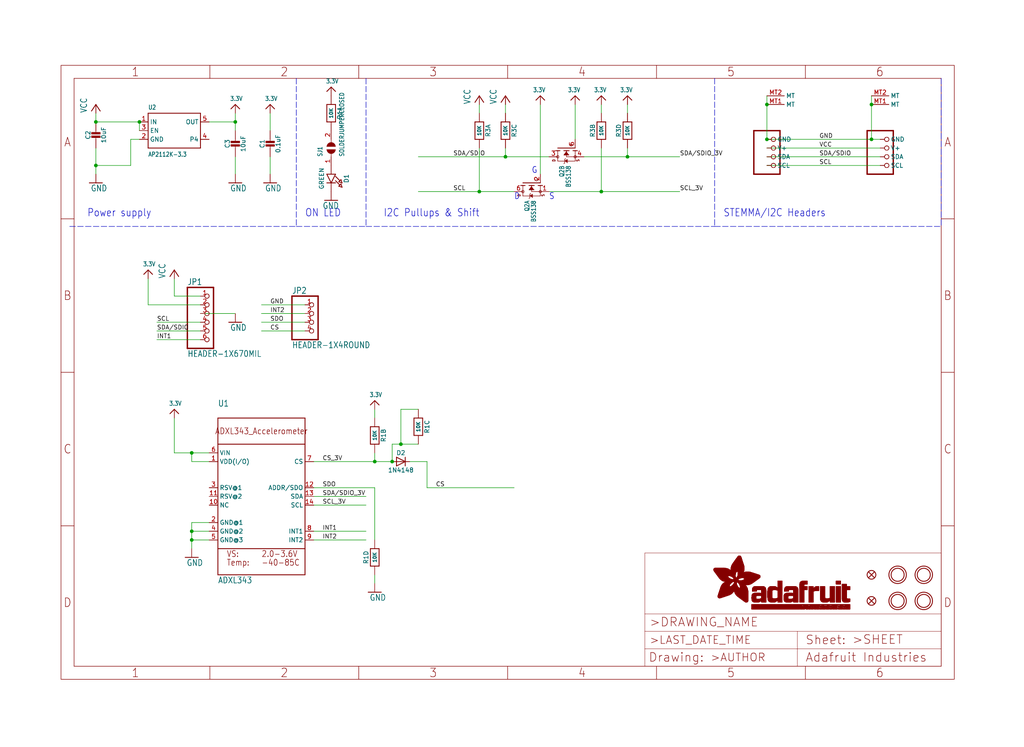
<source format=kicad_sch>
(kicad_sch (version 20211123) (generator eeschema)
  (paper "User" 298.45 217.881)
  (lib_symbols
    (symbol "eagleSchem-eagle-import:3.3V" (power)
      (property "Value" "3.3V" (at -1.524 1.016 0))
      (symbol "3.3V_1_0"
        (pin power_in line (at 0 -2.54 90) (length 2.54) (name "3.3V") (number "1"))
      )
    )
    (symbol "eagleSchem-eagle-import:ACCEL_ADXL343"
      (property "Reference" "U" (at -12.7 26.162 0))
      (property "Value" "ACCEL_ADXL343" (at -12.7 -25.4 0))
      (symbol "ACCEL_ADXL343_1_0"
        (text "-40-85C" (at 0 -20.32 0) (effects (font (size 1.778 1.5113)) (justify left bottom)))
        (text "2.0-3.6V" (at 0 -17.78 0) (effects (font (size 1.778 1.5113)) (justify left bottom)))
        (text "ADXL343_Accelerometer" (at 0 19.05 0) (effects (font (size 1.778 1.5113))))
        (text "Temp:" (at -10.16 -20.32 0) (effects (font (size 1.778 1.5113)) (justify left bottom)))
        (text "VS:" (at -10.16 -17.78 0) (effects (font (size 1.778 1.5113)) (justify left bottom)))
        (pin bidirectional line (at -15.24 10.16 0) (length 2.54) (name "VDD(I/O)") (number "1"))
        (pin bidirectional line (at -15.24 -2.54 0) (length 2.54) (name "NC") (number "10"))
        (pin bidirectional line (at -15.24 0 0) (length 2.54) (name "RSV@2") (number "11"))
        (pin bidirectional line (at 15.24 2.54 180) (length 2.54) (name "ADDR/SDO") (number "12"))
        (pin bidirectional line (at 15.24 0 180) (length 2.54) (name "SDA") (number "13"))
        (pin bidirectional line (at 15.24 -2.54 180) (length 2.54) (name "SCL") (number "14"))
        (pin bidirectional line (at -15.24 -7.62 0) (length 2.54) (name "GND@1") (number "2"))
        (pin bidirectional line (at -15.24 2.54 0) (length 2.54) (name "RSV@1") (number "3"))
        (pin bidirectional line (at -15.24 -10.16 0) (length 2.54) (name "GND@2") (number "4"))
        (pin bidirectional line (at -15.24 -12.7 0) (length 2.54) (name "GND@3") (number "5"))
        (pin bidirectional line (at -15.24 12.7 0) (length 2.54) (name "VIN") (number "6"))
        (pin bidirectional line (at 15.24 10.16 180) (length 2.54) (name "CS") (number "7"))
        (pin bidirectional line (at 15.24 -10.16 180) (length 2.54) (name "INT1") (number "8"))
        (pin bidirectional line (at 15.24 -12.7 180) (length 2.54) (name "INT2") (number "9"))
      )
    )
    (symbol "eagleSchem-eagle-import:CAP_CERAMIC0603_NO"
      (property "Reference" "C" (at -2.29 1.25 90))
      (property "Value" "CAP_CERAMIC0603_NO" (at 2.3 1.25 90))
      (symbol "CAP_CERAMIC0603_NO_1_0"
        (pin passive line (at 0 5.08 270) (length 2.54) (name "1") (number "1"))
        (pin passive line (at 0 -2.54 90) (length 2.54) (name "2") (number "2"))
      )
    )
    (symbol "eagleSchem-eagle-import:CAP_CERAMIC0805-NOOUTLINE"
      (property "Reference" "C" (at -2.29 1.25 90))
      (property "Value" "CAP_CERAMIC0805-NOOUTLINE" (at 2.3 1.25 90))
      (symbol "CAP_CERAMIC0805-NOOUTLINE_1_0"
        (pin passive line (at 0 5.08 270) (length 2.54) (name "1") (number "1"))
        (pin passive line (at 0 -2.54 90) (length 2.54) (name "2") (number "2"))
      )
    )
    (symbol "eagleSchem-eagle-import:CAP_CERAMIC_0805MP"
      (property "Reference" "C" (at -2.29 1.25 90))
      (property "Value" "CAP_CERAMIC_0805MP" (at 2.3 1.25 90))
      (symbol "CAP_CERAMIC_0805MP_1_0"
        (pin passive line (at 0 5.08 270) (length 2.54) (name "1") (number "1"))
        (pin passive line (at 0 -2.54 90) (length 2.54) (name "2") (number "2"))
      )
    )
    (symbol "eagleSchem-eagle-import:DIODESOD-323"
      (property "Reference" "D" (at 0 2.54 0))
      (property "Value" "DIODESOD-323" (at 0 -2.5 0))
      (symbol "DIODESOD-323_1_0"
        (pin passive line (at -2.54 0 0) (length 2.54) (name "A") (number "A"))
        (pin passive line (at 2.54 0 180) (length 2.54) (name "C") (number "C"))
      )
    )
    (symbol "eagleSchem-eagle-import:FIDUCIAL_1MM")
    (symbol "eagleSchem-eagle-import:FRAME_A4_ADAFRUIT"
      (symbol "FRAME_A4_ADAFRUIT_1_0"
        (text "1" (at 21.6958 1.905 0) (effects (font (size 2.54 2.286))))
        (text "1" (at 21.6958 177.165 0) (effects (font (size 2.54 2.286))))
        (text "2" (at 65.0875 1.905 0) (effects (font (size 2.54 2.286))))
        (text "2" (at 65.0875 177.165 0) (effects (font (size 2.54 2.286))))
        (text "3" (at 108.4792 1.905 0) (effects (font (size 2.54 2.286))))
        (text "3" (at 108.4792 177.165 0) (effects (font (size 2.54 2.286))))
        (text "4" (at 151.8708 1.905 0) (effects (font (size 2.54 2.286))))
        (text "4" (at 151.8708 177.165 0) (effects (font (size 2.54 2.286))))
        (text "5" (at 195.2625 1.905 0) (effects (font (size 2.54 2.286))))
        (text "5" (at 195.2625 177.165 0) (effects (font (size 2.54 2.286))))
        (text "6" (at 238.6542 1.905 0) (effects (font (size 2.54 2.286))))
        (text "6" (at 238.6542 177.165 0) (effects (font (size 2.54 2.286))))
        (text ">AUTHOR" (at 189.23 5.08 0) (effects (font (size 2.286 2.286)) (justify left bottom)))
        (text ">DRAWING_NAME" (at 171.45 15.24 0) (effects (font (size 2.54 2.54)) (justify left bottom)))
        (text ">LAST_DATE_TIME" (at 171.45 10.16 0) (effects (font (size 2.286 2.286)) (justify left bottom)))
        (text ">SHEET" (at 230.505 10.16 0) (effects (font (size 2.54 2.54)) (justify left bottom)))
        (text "A" (at 1.905 156.6863 0) (effects (font (size 2.54 2.286))))
        (text "A" (at 258.445 156.6863 0) (effects (font (size 2.54 2.286))))
        (text "Adafruit Industries" (at 216.916 4.953 0) (effects (font (size 2.54 2.54)) (justify left bottom)))
        (text "B" (at 1.905 111.9188 0) (effects (font (size 2.54 2.286))))
        (text "B" (at 258.445 111.9188 0) (effects (font (size 2.54 2.286))))
        (text "C" (at 1.905 67.1513 0) (effects (font (size 2.54 2.286))))
        (text "C" (at 258.445 67.1513 0) (effects (font (size 2.54 2.286))))
        (text "D" (at 1.905 22.3838 0) (effects (font (size 2.54 2.286))))
        (text "D" (at 258.445 22.3838 0) (effects (font (size 2.54 2.286))))
        (text "Drawing:" (at 171.196 4.953 0) (effects (font (size 2.54 2.54)) (justify left bottom)))
        (text "Sheet:" (at 216.916 10.033 0) (effects (font (size 2.54 2.54)) (justify left bottom)))
      )
    )
    (symbol "eagleSchem-eagle-import:GND" (power)
      (property "Value" "GND" (at -2.54 -2.54 0))
      (symbol "GND_1_0"
        (pin power_in line (at 0 2.54 270) (length 2.54) (name "GND") (number "1"))
      )
    )
    (symbol "eagleSchem-eagle-import:HEADER-1X4ROUND"
      (property "Reference" "JP" (at -6.35 8.255 0))
      (property "Value" "HEADER-1X4ROUND" (at -6.35 -7.62 0))
      (symbol "HEADER-1X4ROUND_1_0"
        (pin passive inverted (at -2.54 5.08 0) (length 2.54) (name "1") (number "1"))
        (pin passive inverted (at -2.54 2.54 0) (length 2.54) (name "2") (number "2"))
        (pin passive inverted (at -2.54 0 0) (length 2.54) (name "3") (number "3"))
        (pin passive inverted (at -2.54 -2.54 0) (length 2.54) (name "4") (number "4"))
      )
    )
    (symbol "eagleSchem-eagle-import:HEADER-1X670MIL"
      (property "Reference" "JP" (at -6.35 10.795 0))
      (property "Value" "HEADER-1X670MIL" (at -6.35 -10.16 0))
      (symbol "HEADER-1X670MIL_1_0"
        (pin passive inverted (at -2.54 7.62 0) (length 2.54) (name "1") (number "1"))
        (pin passive inverted (at -2.54 5.08 0) (length 2.54) (name "2") (number "2"))
        (pin passive inverted (at -2.54 2.54 0) (length 2.54) (name "3") (number "3"))
        (pin passive inverted (at -2.54 0 0) (length 2.54) (name "4") (number "4"))
        (pin passive inverted (at -2.54 -2.54 0) (length 2.54) (name "5") (number "5"))
        (pin passive inverted (at -2.54 -5.08 0) (length 2.54) (name "6") (number "6"))
      )
    )
    (symbol "eagleSchem-eagle-import:LED0603_NOOUTLINE"
      (property "Reference" "D" (at -1.27 4.445 0))
      (property "Value" "LED0603_NOOUTLINE" (at -1.27 -2.794 0))
      (symbol "LED0603_NOOUTLINE_1_0"
        (pin passive line (at -5.08 0 0) (length 2.54) (name "A") (number "A"))
        (pin passive line (at 2.54 0 180) (length 2.54) (name "C") (number "C"))
      )
    )
    (symbol "eagleSchem-eagle-import:MOSFET-N_DUAL"
      (property "Reference" "Q" (at 5.08 0.635 0))
      (property "Value" "MOSFET-N_DUAL" (at 5.08 -1.27 0))
      (symbol "MOSFET-N_DUAL_1_0"
        (text "D" (at 3.175 3.175 0) (effects (font (size 0.8128 0.6908)) (justify left bottom)))
        (text "G" (at -1.27 -1.905 0) (effects (font (size 0.8128 0.6908)) (justify left bottom)))
        (text "S" (at 3.175 -3.81 0) (effects (font (size 0.8128 0.6908)) (justify left bottom)))
        (pin bidirectional line (at 2.54 -5.08 90) (length 2.54) (name "S") (number "1"))
        (pin bidirectional line (at -2.54 -2.54 0) (length 2.54) (name "G") (number "2"))
        (pin bidirectional line (at 2.54 5.08 270) (length 2.54) (name "D") (number "6"))
      )
      (symbol "MOSFET-N_DUAL_2_0"
        (text "D" (at 3.175 3.175 0) (effects (font (size 0.8128 0.6908)) (justify left bottom)))
        (text "G" (at -1.27 -1.905 0) (effects (font (size 0.8128 0.6908)) (justify left bottom)))
        (text "S" (at 3.175 -3.81 0) (effects (font (size 0.8128 0.6908)) (justify left bottom)))
        (pin bidirectional line (at 2.54 5.08 270) (length 2.54) (name "D") (number "3"))
        (pin bidirectional line (at 2.54 -5.08 90) (length 2.54) (name "S") (number "4"))
        (pin bidirectional line (at -2.54 -2.54 0) (length 2.54) (name "G") (number "5"))
      )
    )
    (symbol "eagleSchem-eagle-import:MOUNTINGHOLE2.5")
    (symbol "eagleSchem-eagle-import:RESISTOR_4PACK"
      (property "Reference" "R" (at 0 2.54 0))
      (property "Value" "RESISTOR_4PACK" (at 0 0 0))
      (symbol "RESISTOR_4PACK_1_0"
        (pin passive line (at -5.08 0 0) (length 2.54) (name "1") (number "1"))
        (pin passive line (at 5.08 0 180) (length 2.54) (name "2") (number "8"))
      )
      (symbol "RESISTOR_4PACK_2_0"
        (pin passive line (at -5.08 0 0) (length 2.54) (name "1") (number "2"))
        (pin passive line (at 5.08 0 180) (length 2.54) (name "2") (number "7"))
      )
      (symbol "RESISTOR_4PACK_3_0"
        (pin passive line (at -5.08 0 0) (length 2.54) (name "1") (number "3"))
        (pin passive line (at 5.08 0 180) (length 2.54) (name "2") (number "6"))
      )
      (symbol "RESISTOR_4PACK_4_0"
        (pin passive line (at -5.08 0 0) (length 2.54) (name "1") (number "4"))
        (pin passive line (at 5.08 0 180) (length 2.54) (name "2") (number "5"))
      )
    )
    (symbol "eagleSchem-eagle-import:SOLDERJUMPERCLOSED"
      (property "Reference" "SJ" (at -2.54 2.54 0))
      (property "Value" "SOLDERJUMPERCLOSED" (at -2.54 -3.81 0))
      (symbol "SOLDERJUMPERCLOSED_1_0"
        (pin passive line (at -5.08 0 0) (length 2.54) (name "1") (number "1"))
        (pin passive line (at 5.08 0 180) (length 2.54) (name "2") (number "2"))
      )
    )
    (symbol "eagleSchem-eagle-import:STEMMA_I2C_QT"
      (symbol "STEMMA_I2C_QT_1_0"
        (pin passive inverted (at 0 5.08 0) (length 2.54) (name "GND") (number "1"))
        (pin passive inverted (at 0 2.54 0) (length 2.54) (name "V+") (number "2"))
        (pin passive inverted (at 0 0 0) (length 2.54) (name "SDA") (number "3"))
        (pin passive inverted (at 0 -2.54 0) (length 2.54) (name "SCL") (number "4"))
      )
      (symbol "STEMMA_I2C_QT_2_0"
        (pin bidirectional line (at 0 0 0) (length 5.08) (name "MT") (number "MT1"))
      )
      (symbol "STEMMA_I2C_QT_3_0"
        (pin bidirectional line (at 0 0 0) (length 5.08) (name "MT") (number "MT2"))
      )
    )
    (symbol "eagleSchem-eagle-import:VCC" (power)
      (property "Value" "VCC" (at -2.54 -2.54 90))
      (symbol "VCC_1_0"
        (pin power_in line (at 0 -2.54 90) (length 2.54) (name "VCC") (number "1"))
      )
    )
    (symbol "eagleSchem-eagle-import:VREG_SOT23-5"
      (property "Reference" "U" (at -7.62 6.096 0))
      (property "Value" "VREG_SOT23-5" (at -7.62 -7.62 0))
      (symbol "VREG_SOT23-5_1_0"
        (pin power_in line (at -10.16 2.54 0) (length 2.54) (name "IN") (number "1"))
        (pin power_in line (at -10.16 -2.54 0) (length 2.54) (name "GND") (number "2"))
        (pin input line (at -10.16 0 0) (length 2.54) (name "EN") (number "3"))
        (pin bidirectional line (at 10.16 -2.54 180) (length 2.54) (name "P4") (number "4"))
        (pin power_in line (at 10.16 2.54 180) (length 2.54) (name "OUT") (number "5"))
      )
    )
  )
  (junction (at 27.94 48.26))
  (junction (at 223.52 30.48))
  (junction (at 40.64 35.56))
  (junction (at 139.7 55.88))
  (junction (at 55.88 157.48))
  (junction (at 254 40.64))
  (junction (at 116.84 129.54))
  (junction (at 182.88 45.72))
  (junction (at 254 30.48))
  (junction (at 55.88 154.94))
  (junction (at 68.58 35.56))
  (junction (at 147.32 45.72))
  (junction (at 27.94 35.56))
  (junction (at 223.52 40.64))
  (junction (at 114.3 134.62))
  (junction (at 175.26 55.88))
  (junction (at 55.88 132.08))
  (junction (at 109.22 134.62))
  (wire (pts (xy 60.96 152.4) (xy 55.88 152.4)))
  (wire (pts (xy 40.64 35.56) (xy 27.94 35.56)))
  (wire (pts (xy 182.88 43.18) (xy 182.88 45.72)))
  (wire (pts (xy 139.7 43.18) (xy 139.7 55.88)))
  (wire (pts (xy 160.02 45.72) (xy 147.32 45.72)))
  (wire (pts (xy 256.54 45.72) (xy 223.52 45.72)))
  (wire (pts (xy 88.9 96.52) (xy 76.2 96.52)))
  (wire (pts (xy 124.46 134.62) (xy 124.46 142.24)))
  (wire (pts (xy 91.44 144.78) (xy 106.68 144.78)))
  (wire (pts (xy 160.02 55.88) (xy 175.26 55.88)))
  (wire (pts (xy 60.96 154.94) (xy 55.88 154.94)))
  (wire (pts (xy 223.52 43.18) (xy 256.54 43.18)))
  (wire (pts (xy 147.32 45.72) (xy 121.92 45.72)))
  (wire (pts (xy 139.7 55.88) (xy 121.92 55.88)))
  (wire (pts (xy 27.94 48.26) (xy 27.94 50.8)))
  (wire (pts (xy 109.22 134.62) (xy 109.22 132.08)))
  (wire (pts (xy 109.22 119.38) (xy 109.22 121.92)))
  (wire (pts (xy 40.64 40.64) (xy 38.1 40.64)))
  (wire (pts (xy 27.94 33.02) (xy 27.94 35.56)))
  (wire (pts (xy 91.44 157.48) (xy 106.68 157.48)))
  (polyline (pts (xy 208.28 66.04) (xy 274.32 66.04)))
  (wire (pts (xy 38.1 48.26) (xy 27.94 48.26)))
  (wire (pts (xy 55.88 157.48) (xy 55.88 160.02)))
  (wire (pts (xy 78.74 45.72) (xy 78.74 50.8)))
  (wire (pts (xy 116.84 119.38) (xy 116.84 129.54)))
  (wire (pts (xy 55.88 132.08) (xy 60.96 132.08)))
  (wire (pts (xy 109.22 134.62) (xy 114.3 134.62)))
  (wire (pts (xy 223.52 30.48) (xy 223.52 40.64)))
  (wire (pts (xy 58.42 99.06) (xy 45.72 99.06)))
  (wire (pts (xy 58.42 96.52) (xy 45.72 96.52)))
  (wire (pts (xy 76.2 91.44) (xy 88.9 91.44)))
  (wire (pts (xy 139.7 30.48) (xy 139.7 33.02)))
  (wire (pts (xy 27.94 48.26) (xy 27.94 43.18)))
  (wire (pts (xy 88.9 93.98) (xy 76.2 93.98)))
  (wire (pts (xy 256.54 40.64) (xy 254 40.64)))
  (wire (pts (xy 68.58 45.72) (xy 68.58 50.8)))
  (wire (pts (xy 60.96 157.48) (xy 55.88 157.48)))
  (wire (pts (xy 68.58 35.56) (xy 68.58 38.1)))
  (wire (pts (xy 78.74 33.02) (xy 78.74 38.1)))
  (wire (pts (xy 254 30.48) (xy 254 40.64)))
  (wire (pts (xy 38.1 40.64) (xy 38.1 48.26)))
  (wire (pts (xy 50.8 132.08) (xy 55.88 132.08)))
  (polyline (pts (xy 106.68 66.04) (xy 208.28 66.04)))
  (wire (pts (xy 167.64 40.64) (xy 167.64 30.48)))
  (wire (pts (xy 55.88 154.94) (xy 55.88 157.48)))
  (wire (pts (xy 68.58 35.56) (xy 68.58 33.02)))
  (wire (pts (xy 149.86 55.88) (xy 139.7 55.88)))
  (polyline (pts (xy 106.68 22.86) (xy 106.68 66.04)))
  (wire (pts (xy 60.96 35.56) (xy 68.58 35.56)))
  (wire (pts (xy 170.18 45.72) (xy 182.88 45.72)))
  (polyline (pts (xy 208.28 22.86) (xy 208.28 66.04)))
  (wire (pts (xy 58.42 86.36) (xy 50.8 86.36)))
  (polyline (pts (xy 86.36 22.86) (xy 86.36 66.04)))
  (wire (pts (xy 50.8 86.36) (xy 50.8 81.28)))
  (wire (pts (xy 254 27.94) (xy 254 30.48)))
  (wire (pts (xy 91.44 142.24) (xy 109.22 142.24)))
  (wire (pts (xy 182.88 33.02) (xy 182.88 30.48)))
  (wire (pts (xy 109.22 134.62) (xy 91.44 134.62)))
  (wire (pts (xy 157.48 50.8) (xy 157.48 30.48)))
  (wire (pts (xy 175.26 55.88) (xy 198.12 55.88)))
  (wire (pts (xy 182.88 45.72) (xy 198.12 45.72)))
  (wire (pts (xy 43.18 88.9) (xy 43.18 81.28)))
  (wire (pts (xy 223.52 48.26) (xy 256.54 48.26)))
  (wire (pts (xy 88.9 88.9) (xy 76.2 88.9)))
  (polyline (pts (xy 20.32 66.04) (xy 86.36 66.04)))
  (wire (pts (xy 223.52 27.94) (xy 223.52 30.48)))
  (wire (pts (xy 254 40.64) (xy 223.52 40.64)))
  (wire (pts (xy 58.42 88.9) (xy 43.18 88.9)))
  (wire (pts (xy 60.96 134.62) (xy 55.88 134.62)))
  (wire (pts (xy 109.22 167.64) (xy 109.22 170.18)))
  (wire (pts (xy 50.8 132.08) (xy 50.8 121.92)))
  (wire (pts (xy 147.32 43.18) (xy 147.32 45.72)))
  (wire (pts (xy 114.3 134.62) (xy 114.3 129.54)))
  (wire (pts (xy 109.22 142.24) (xy 109.22 157.48)))
  (wire (pts (xy 91.44 147.32) (xy 106.68 147.32)))
  (wire (pts (xy 91.44 154.94) (xy 106.68 154.94)))
  (wire (pts (xy 124.46 142.24) (xy 149.86 142.24)))
  (wire (pts (xy 175.26 43.18) (xy 175.26 55.88)))
  (wire (pts (xy 175.26 33.02) (xy 175.26 30.48)))
  (wire (pts (xy 124.46 134.62) (xy 119.38 134.62)))
  (polyline (pts (xy 86.36 66.04) (xy 106.68 66.04)))
  (wire (pts (xy 40.64 38.1) (xy 40.64 35.56)))
  (wire (pts (xy 55.88 152.4) (xy 55.88 154.94)))
  (wire (pts (xy 58.42 91.44) (xy 68.58 91.44)))
  (wire (pts (xy 147.32 33.02) (xy 147.32 30.48)))
  (polyline (pts (xy 274.32 22.86) (xy 274.32 66.04)))
  (wire (pts (xy 114.3 129.54) (xy 116.84 129.54)))
  (wire (pts (xy 116.84 129.54) (xy 121.92 129.54)))
  (wire (pts (xy 58.42 93.98) (xy 45.72 93.98)))
  (wire (pts (xy 55.88 134.62) (xy 55.88 132.08)))
  (wire (pts (xy 121.92 119.38) (xy 116.84 119.38)))
  (text "S" (at 160.02 58.42 180) (effects (font (size 1.778 1.5113)) (justify left bottom)))
  (text "STEMMA/I2C Headers" (at 210.82 63.5 180) (effects (font (size 2.1844 1.8567)) (justify left bottom)))
  (text "D" (at 149.86 58.42 180) (effects (font (size 1.778 1.5113)) (justify left bottom)))
  (text "Power supply" (at 25.4 63.5 180) (effects (font (size 2.1844 1.8567)) (justify left bottom)))
  (text "G" (at 154.94 50.8 180) (effects (font (size 1.778 1.5113)) (justify left bottom)))
  (text "I2C Pullups & Shift" (at 111.76 63.5 180) (effects (font (size 2.1844 1.8567)) (justify left bottom)))
  (text "ON LED" (at 88.9 63.5 180) (effects (font (size 2.1844 1.8567)) (justify left bottom)))
  (label "SCL_3V" (at 93.98 147.32 0) (effects (font (size 1.2446 1.2446))))
  (label "GND" (at 238.76 40.64 0) (effects (font (size 1.2446 1.2446))))
  (label "CS" (at 127 142.24 0) (effects (font (size 1.2446 1.2446))))
  (label "SDO" (at 78.74 93.98 0) (effects (font (size 1.2446 1.2446))))
  (label "INT1" (at 45.72 99.06 0) (effects (font (size 1.2446 1.2446))))
  (label "INT1" (at 93.98 154.94 0) (effects (font (size 1.2446 1.2446))))
  (label "SCL" (at 238.76 48.26 0) (effects (font (size 1.2446 1.2446))))
  (label "SDA/SDIO_3V" (at 93.98 144.78 0) (effects (font (size 1.2446 1.2446))))
  (label "SCL" (at 45.72 93.98 0) (effects (font (size 1.2446 1.2446))))
  (label "SDA/SDIO" (at 45.72 96.52 0) (effects (font (size 1.2446 1.2446))))
  (label "SDA/SDIO" (at 132.08 45.72 0) (effects (font (size 1.2446 1.2446))))
  (label "CS_3V" (at 93.98 134.62 0) (effects (font (size 1.2446 1.2446))))
  (label "SDO" (at 93.98 142.24 0) (effects (font (size 1.2446 1.2446))))
  (label "VCC" (at 238.76 43.18 0) (effects (font (size 1.2446 1.2446))))
  (label "INT2" (at 93.98 157.48 0) (effects (font (size 1.2446 1.2446))))
  (label "GND" (at 78.74 88.9 0) (effects (font (size 1.2446 1.2446))))
  (label "SDA/SDIO_3V" (at 198.12 45.72 0) (effects (font (size 1.2446 1.2446))))
  (label "SCL_3V" (at 198.12 55.88 0) (effects (font (size 1.2446 1.2446))))
  (label "SCL" (at 132.08 55.88 0) (effects (font (size 1.2446 1.2446))))
  (label "INT2" (at 78.74 91.44 0) (effects (font (size 1.2446 1.2446))))
  (label "SDA/SDIO" (at 238.76 45.72 0) (effects (font (size 1.2446 1.2446))))
  (label "CS" (at 78.74 96.52 0) (effects (font (size 1.2446 1.2446))))
  (symbol (lib_id "eagleSchem-eagle-import:HEADER-1X670MIL") (at 60.96 93.98 0) (unit 1)
    (property "Reference" "JP1" (at 54.61 83.185 0) (effects (font (size 1.778 1.5113)) (justify left bottom)))
    (property "Value" "HEADER-1X670MIL" (at 54.61 104.14 0) (effects (font (size 1.778 1.5113)) (justify left bottom)))
    (property "Footprint" "eagleSchem:1X06_ROUND_70" (effects hide))
  )
  (symbol (lib_id "eagleSchem-eagle-import:MOSFET-N_DUAL") (at 154.94 53.34 90) (mirror x) (unit 1)
    (property "Reference" "Q2" (at 154.305 58.42 0) (effects (font (size 1.27 1.0795)) (justify left bottom)))
    (property "Value" "BSS138" (at 156.21 58.42 0) (effects (font (size 1.27 1.0795)) (justify left bottom)))
    (property "Footprint" "eagleSchem:SOT363" (effects hide))
  )
  (symbol (lib_id "eagleSchem-eagle-import:RESISTOR_4PACK") (at 147.32 38.1 270) (unit 3)
    (property "Reference" "R3" (at 149.86 38.1 0))
    (property "Value" "10K" (at 147.32 38.1 0) (effects (font (size 1.016 1.016) bold)))
    (property "Footprint" "eagleSchem:RESPACK_4X0603" (effects hide))
  )
  (symbol (lib_id "eagleSchem-eagle-import:3.3V") (at 78.74 30.48 0) (unit 1)
    (property "Reference" "#U$14" (effects hide))
    (property "Value" "3.3V" (at 77.216 29.464 0) (effects (font (size 1.27 1.0795)) (justify left bottom)))
    (property "Footprint" "eagleSchem:" (effects hide))
  )
  (symbol (lib_id "eagleSchem-eagle-import:FRAME_A4_ADAFRUIT") (at 17.78 198.12 0) (unit 1)
    (property "Reference" "#U$18" (effects hide))
    (property "Value" "FRAME_A4_ADAFRUIT" (effects hide))
    (property "Footprint" "eagleSchem:" (effects hide))
  )
  (symbol (lib_id "eagleSchem-eagle-import:3.3V") (at 182.88 27.94 0) (mirror y) (unit 1)
    (property "Reference" "#U$7" (effects hide))
    (property "Value" "3.3V" (at 184.404 26.924 0) (effects (font (size 1.27 1.0795)) (justify left bottom)))
    (property "Footprint" "eagleSchem:" (effects hide))
  )
  (symbol (lib_id "eagleSchem-eagle-import:STEMMA_I2C_QT") (at 223.52 27.94 0) (unit 3)
    (property "Reference" "CONN3" (effects hide))
    (property "Value" "STEMMA_I2C_QT" (effects hide))
    (property "Footprint" "eagleSchem:JST_SH4" (effects hide))
  )
  (symbol (lib_id "eagleSchem-eagle-import:GND") (at 78.74 53.34 0) (unit 1)
    (property "Reference" "#U$6" (effects hide))
    (property "Value" "GND" (at 77.216 55.88 0) (effects (font (size 1.778 1.5113)) (justify left bottom)))
    (property "Footprint" "eagleSchem:" (effects hide))
  )
  (symbol (lib_id "eagleSchem-eagle-import:3.3V") (at 96.52 25.4 0) (unit 1)
    (property "Reference" "#U$3" (effects hide))
    (property "Value" "3.3V" (at 94.996 24.384 0) (effects (font (size 1.27 1.0795)) (justify left bottom)))
    (property "Footprint" "eagleSchem:" (effects hide))
  )
  (symbol (lib_id "eagleSchem-eagle-import:3.3V") (at 68.58 30.48 0) (unit 1)
    (property "Reference" "#U$15" (effects hide))
    (property "Value" "3.3V" (at 67.056 29.464 0) (effects (font (size 1.27 1.0795)) (justify left bottom)))
    (property "Footprint" "eagleSchem:" (effects hide))
  )
  (symbol (lib_id "eagleSchem-eagle-import:GND") (at 96.52 58.42 0) (unit 1)
    (property "Reference" "#GND6" (effects hide))
    (property "Value" "GND" (at 93.98 60.96 0) (effects (font (size 1.778 1.5113)) (justify left bottom)))
    (property "Footprint" "eagleSchem:" (effects hide))
  )
  (symbol (lib_id "eagleSchem-eagle-import:3.3V") (at 157.48 27.94 0) (mirror y) (unit 1)
    (property "Reference" "#U$26" (effects hide))
    (property "Value" "3.3V" (at 159.004 26.924 0) (effects (font (size 1.27 1.0795)) (justify left bottom)))
    (property "Footprint" "eagleSchem:" (effects hide))
  )
  (symbol (lib_id "eagleSchem-eagle-import:3.3V") (at 50.8 119.38 0) (unit 1)
    (property "Reference" "#U$9" (effects hide))
    (property "Value" "3.3V" (at 49.276 118.364 0) (effects (font (size 1.27 1.0795)) (justify left bottom)))
    (property "Footprint" "eagleSchem:" (effects hide))
  )
  (symbol (lib_id "eagleSchem-eagle-import:MOUNTINGHOLE2.5") (at 261.62 167.64 0) (unit 1)
    (property "Reference" "U$17" (effects hide))
    (property "Value" "MOUNTINGHOLE2.5" (effects hide))
    (property "Footprint" "eagleSchem:MOUNTINGHOLE_2.5_PLATED" (effects hide))
  )
  (symbol (lib_id "eagleSchem-eagle-import:STEMMA_I2C_QT") (at 256.54 45.72 0) (unit 1)
    (property "Reference" "CONN4" (effects hide))
    (property "Value" "STEMMA_I2C_QT" (effects hide))
    (property "Footprint" "eagleSchem:JST_SH4" (effects hide))
  )
  (symbol (lib_id "eagleSchem-eagle-import:ACCEL_ADXL343") (at 76.2 144.78 0) (unit 1)
    (property "Reference" "U1" (at 63.5 118.618 0) (effects (font (size 1.778 1.5113)) (justify left bottom)))
    (property "Value" "ADXL343" (at 63.5 170.18 0) (effects (font (size 1.778 1.5113)) (justify left bottom)))
    (property "Footprint" "eagleSchem:LGA14" (effects hide))
  )
  (symbol (lib_id "eagleSchem-eagle-import:VCC") (at 50.8 78.74 0) (unit 1)
    (property "Reference" "#P+4" (effects hide))
    (property "Value" "VCC" (at 48.26 81.28 90) (effects (font (size 1.778 1.5113)) (justify left bottom)))
    (property "Footprint" "eagleSchem:" (effects hide))
  )
  (symbol (lib_id "eagleSchem-eagle-import:MOSFET-N_DUAL") (at 165.1 43.18 90) (mirror x) (unit 2)
    (property "Reference" "Q2" (at 164.465 48.26 0) (effects (font (size 1.27 1.0795)) (justify left bottom)))
    (property "Value" "BSS138" (at 166.37 48.26 0) (effects (font (size 1.27 1.0795)) (justify left bottom)))
    (property "Footprint" "eagleSchem:SOT363" (effects hide))
  )
  (symbol (lib_id "eagleSchem-eagle-import:RESISTOR_4PACK") (at 121.92 124.46 270) (unit 3)
    (property "Reference" "R1" (at 124.46 124.46 0))
    (property "Value" "10K" (at 121.92 124.46 0) (effects (font (size 1.016 1.016) bold)))
    (property "Footprint" "eagleSchem:RESPACK_4X0603" (effects hide))
  )
  (symbol (lib_id "eagleSchem-eagle-import:VREG_SOT23-5") (at 50.8 38.1 0) (unit 1)
    (property "Reference" "U2" (at 43.18 32.004 0) (effects (font (size 1.27 1.0795)) (justify left bottom)))
    (property "Value" "AP2112K-3.3" (at 43.18 45.72 0) (effects (font (size 1.27 1.0795)) (justify left bottom)))
    (property "Footprint" "eagleSchem:SOT23-5" (effects hide))
  )
  (symbol (lib_id "eagleSchem-eagle-import:RESISTOR_4PACK") (at 182.88 38.1 90) (mirror x) (unit 4)
    (property "Reference" "R3" (at 180.34 38.1 0))
    (property "Value" "10K" (at 182.88 38.1 0) (effects (font (size 1.016 1.016) bold)))
    (property "Footprint" "eagleSchem:RESPACK_4X0603" (effects hide))
  )
  (symbol (lib_id "eagleSchem-eagle-import:STEMMA_I2C_QT") (at 254 27.94 0) (unit 3)
    (property "Reference" "CONN4" (effects hide))
    (property "Value" "STEMMA_I2C_QT" (effects hide))
    (property "Footprint" "eagleSchem:JST_SH4" (effects hide))
  )
  (symbol (lib_id "eagleSchem-eagle-import:HEADER-1X4ROUND") (at 91.44 93.98 0) (unit 1)
    (property "Reference" "JP2" (at 85.09 85.725 0) (effects (font (size 1.778 1.5113)) (justify left bottom)))
    (property "Value" "HEADER-1X4ROUND" (at 85.09 101.6 0) (effects (font (size 1.778 1.5113)) (justify left bottom)))
    (property "Footprint" "eagleSchem:1X04_ROUND" (effects hide))
  )
  (symbol (lib_id "eagleSchem-eagle-import:RESISTOR_4PACK") (at 139.7 38.1 270) (unit 1)
    (property "Reference" "R3" (at 142.24 38.1 0))
    (property "Value" "10K" (at 139.7 38.1 0) (effects (font (size 1.016 1.016) bold)))
    (property "Footprint" "eagleSchem:RESPACK_4X0603" (effects hide))
  )
  (symbol (lib_id "eagleSchem-eagle-import:CAP_CERAMIC_0805MP") (at 27.94 40.64 0) (unit 1)
    (property "Reference" "C2" (at 25.65 39.39 90))
    (property "Value" "10uF" (at 30.24 39.39 90))
    (property "Footprint" "eagleSchem:_0805MP" (effects hide))
  )
  (symbol (lib_id "eagleSchem-eagle-import:3.3V") (at 43.18 78.74 0) (unit 1)
    (property "Reference" "#U$16" (effects hide))
    (property "Value" "3.3V" (at 41.656 77.724 0) (effects (font (size 1.27 1.0795)) (justify left bottom)))
    (property "Footprint" "eagleSchem:" (effects hide))
  )
  (symbol (lib_id "eagleSchem-eagle-import:RESISTOR_4PACK") (at 175.26 38.1 90) (mirror x) (unit 2)
    (property "Reference" "R3" (at 172.72 38.1 0))
    (property "Value" "10K" (at 175.26 38.1 0) (effects (font (size 1.016 1.016) bold)))
    (property "Footprint" "eagleSchem:RESPACK_4X0603" (effects hide))
  )
  (symbol (lib_id "eagleSchem-eagle-import:SOLDERJUMPERCLOSED") (at 96.52 43.18 90) (unit 1)
    (property "Reference" "SJ1" (at 93.98 45.72 0) (effects (font (size 1.27 1.0795)) (justify left bottom)))
    (property "Value" "SOLDERJUMPERCLOSED" (at 100.33 45.72 0) (effects (font (size 1.27 1.0795)) (justify left bottom)))
    (property "Footprint" "eagleSchem:SOLDERJUMPER_CLOSEDWIRE" (effects hide))
  )
  (symbol (lib_id "eagleSchem-eagle-import:GND") (at 68.58 93.98 0) (unit 1)
    (property "Reference" "#U$10" (effects hide))
    (property "Value" "GND" (at 67.056 96.52 0) (effects (font (size 1.778 1.5113)) (justify left bottom)))
    (property "Footprint" "eagleSchem:" (effects hide))
  )
  (symbol (lib_id "eagleSchem-eagle-import:RESISTOR_4PACK") (at 96.52 33.02 270) (unit 1)
    (property "Reference" "R1" (at 99.06 33.02 0))
    (property "Value" "10K" (at 96.52 33.02 0) (effects (font (size 1.016 1.016) bold)))
    (property "Footprint" "eagleSchem:RESPACK_4X0603" (effects hide))
  )
  (symbol (lib_id "eagleSchem-eagle-import:3.3V") (at 109.22 116.84 0) (unit 1)
    (property "Reference" "#U$12" (effects hide))
    (property "Value" "3.3V" (at 107.696 115.824 0) (effects (font (size 1.27 1.0795)) (justify left bottom)))
    (property "Footprint" "eagleSchem:" (effects hide))
  )
  (symbol (lib_id "eagleSchem-eagle-import:GND") (at 27.94 53.34 0) (unit 1)
    (property "Reference" "#U$13" (effects hide))
    (property "Value" "GND" (at 26.416 55.88 0) (effects (font (size 1.778 1.5113)) (justify left bottom)))
    (property "Footprint" "eagleSchem:" (effects hide))
  )
  (symbol (lib_id "eagleSchem-eagle-import:MOUNTINGHOLE2.5") (at 269.24 175.26 0) (unit 1)
    (property "Reference" "U$21" (effects hide))
    (property "Value" "MOUNTINGHOLE2.5" (effects hide))
    (property "Footprint" "eagleSchem:MOUNTINGHOLE_2.5_PLATED" (effects hide))
  )
  (symbol (lib_id "eagleSchem-eagle-import:CAP_CERAMIC0603_NO") (at 78.74 43.18 0) (unit 1)
    (property "Reference" "C1" (at 76.45 41.93 90))
    (property "Value" "0.1uF" (at 81.04 41.93 90))
    (property "Footprint" "eagleSchem:0603-NO" (effects hide))
  )
  (symbol (lib_id "eagleSchem-eagle-import:DIODESOD-323") (at 116.84 134.62 0) (unit 1)
    (property "Reference" "D2" (at 116.84 132.08 0))
    (property "Value" "1N4148" (at 116.84 137.12 0))
    (property "Footprint" "eagleSchem:SOD-323" (effects hide))
  )
  (symbol (lib_id "eagleSchem-eagle-import:3.3V") (at 175.26 27.94 0) (mirror y) (unit 1)
    (property "Reference" "#U$24" (effects hide))
    (property "Value" "3.3V" (at 176.784 26.924 0) (effects (font (size 1.27 1.0795)) (justify left bottom)))
    (property "Footprint" "eagleSchem:" (effects hide))
  )
  (symbol (lib_id "eagleSchem-eagle-import:GND") (at 55.88 162.56 0) (unit 1)
    (property "Reference" "#U$2" (effects hide))
    (property "Value" "GND" (at 54.356 165.1 0) (effects (font (size 1.778 1.5113)) (justify left bottom)))
    (property "Footprint" "eagleSchem:" (effects hide))
  )
  (symbol (lib_id "eagleSchem-eagle-import:MOUNTINGHOLE2.5") (at 269.24 167.64 0) (unit 1)
    (property "Reference" "U$19" (effects hide))
    (property "Value" "MOUNTINGHOLE2.5" (effects hide))
    (property "Footprint" "eagleSchem:MOUNTINGHOLE_2.5_PLATED" (effects hide))
  )
  (symbol (lib_id "eagleSchem-eagle-import:STEMMA_I2C_QT") (at 254 30.48 0) (unit 2)
    (property "Reference" "CONN4" (effects hide))
    (property "Value" "STEMMA_I2C_QT" (effects hide))
    (property "Footprint" "eagleSchem:JST_SH4" (effects hide))
  )
  (symbol (lib_id "eagleSchem-eagle-import:STEMMA_I2C_QT") (at 223.52 45.72 0) (unit 1)
    (property "Reference" "CONN3" (effects hide))
    (property "Value" "STEMMA_I2C_QT" (effects hide))
    (property "Footprint" "eagleSchem:JST_SH4" (effects hide))
  )
  (symbol (lib_id "eagleSchem-eagle-import:3.3V") (at 167.64 27.94 0) (mirror y) (unit 1)
    (property "Reference" "#U$23" (effects hide))
    (property "Value" "3.3V" (at 169.164 26.924 0) (effects (font (size 1.27 1.0795)) (justify left bottom)))
    (property "Footprint" "eagleSchem:" (effects hide))
  )
  (symbol (lib_id "eagleSchem-eagle-import:GND") (at 109.22 172.72 0) (unit 1)
    (property "Reference" "#U$8" (effects hide))
    (property "Value" "GND" (at 107.696 175.26 0) (effects (font (size 1.778 1.5113)) (justify left bottom)))
    (property "Footprint" "eagleSchem:" (effects hide))
  )
  (symbol (lib_id "eagleSchem-eagle-import:STEMMA_I2C_QT") (at 223.52 30.48 0) (unit 2)
    (property "Reference" "CONN3" (effects hide))
    (property "Value" "STEMMA_I2C_QT" (effects hide))
    (property "Footprint" "eagleSchem:JST_SH4" (effects hide))
  )
  (symbol (lib_id "eagleSchem-eagle-import:LED0603_NOOUTLINE") (at 96.52 53.34 270) (unit 1)
    (property "Reference" "D1" (at 100.965 52.07 0))
    (property "Value" "GREEN" (at 93.726 52.07 0))
    (property "Footprint" "eagleSchem:CHIPLED_0603_NOOUTLINE" (effects hide))
  )
  (symbol (lib_id "eagleSchem-eagle-import:RESISTOR_4PACK") (at 109.22 127 270) (unit 2)
    (property "Reference" "R1" (at 111.76 127 0))
    (property "Value" "10K" (at 109.22 127 0) (effects (font (size 1.016 1.016) bold)))
    (property "Footprint" "eagleSchem:RESPACK_4X0603" (effects hide))
  )
  (symbol (lib_id "eagleSchem-eagle-import:VCC") (at 139.7 27.94 0) (unit 1)
    (property "Reference" "#P+1" (effects hide))
    (property "Value" "VCC" (at 137.16 30.48 90) (effects (font (size 1.778 1.5113)) (justify left bottom)))
    (property "Footprint" "eagleSchem:" (effects hide))
  )
  (symbol (lib_id "eagleSchem-eagle-import:MOUNTINGHOLE2.5") (at 261.62 175.26 0) (unit 1)
    (property "Reference" "U$1" (effects hide))
    (property "Value" "MOUNTINGHOLE2.5" (effects hide))
    (property "Footprint" "eagleSchem:MOUNTINGHOLE_2.5_PLATED" (effects hide))
  )
  (symbol (lib_id "eagleSchem-eagle-import:FIDUCIAL_1MM") (at 254 167.64 0) (unit 1)
    (property "Reference" "FID4" (effects hide))
    (property "Value" "FIDUCIAL_1MM" (effects hide))
    (property "Footprint" "eagleSchem:FIDUCIAL_1MM" (effects hide))
  )
  (symbol (lib_id "eagleSchem-eagle-import:VCC") (at 27.94 30.48 0) (unit 1)
    (property "Reference" "#P+3" (effects hide))
    (property "Value" "VCC" (at 25.4 33.02 90) (effects (font (size 1.778 1.5113)) (justify left bottom)))
    (property "Footprint" "eagleSchem:" (effects hide))
  )
  (symbol (lib_id "eagleSchem-eagle-import:VCC") (at 147.32 27.94 0) (unit 1)
    (property "Reference" "#P+2" (effects hide))
    (property "Value" "VCC" (at 144.78 30.48 90) (effects (font (size 1.778 1.5113)) (justify left bottom)))
    (property "Footprint" "eagleSchem:" (effects hide))
  )
  (symbol (lib_id "eagleSchem-eagle-import:RESISTOR_4PACK") (at 109.22 162.56 90) (unit 4)
    (property "Reference" "R1" (at 106.68 162.56 0))
    (property "Value" "10K" (at 109.22 162.56 0) (effects (font (size 1.016 1.016) bold)))
    (property "Footprint" "eagleSchem:RESPACK_4X0603" (effects hide))
  )
  (symbol (lib_id "eagleSchem-eagle-import:FIDUCIAL_1MM") (at 254 175.26 0) (unit 1)
    (property "Reference" "FID3" (effects hide))
    (property "Value" "FIDUCIAL_1MM" (effects hide))
    (property "Footprint" "eagleSchem:FIDUCIAL_1MM" (effects hide))
  )
  (symbol (lib_id "eagleSchem-eagle-import:CAP_CERAMIC0805-NOOUTLINE") (at 68.58 43.18 0) (unit 1)
    (property "Reference" "C3" (at 66.29 41.93 90))
    (property "Value" "10uF" (at 70.88 41.93 90))
    (property "Footprint" "eagleSchem:0805-NO" (effects hide))
  )
  (symbol (lib_id "eagleSchem-eagle-import:GND") (at 68.58 53.34 0) (unit 1)
    (property "Reference" "#U$5" (effects hide))
    (property "Value" "GND" (at 67.056 55.88 0) (effects (font (size 1.778 1.5113)) (justify left bottom)))
    (property "Footprint" "eagleSchem:" (effects hide))
  )
)
</source>
